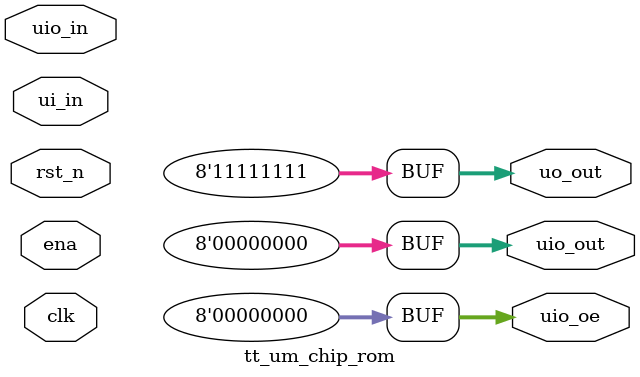
<source format=v>
/*
 * tt_um_chip_rom.v
 *
 * ROM module for Tiny Tapeout chips
 *
 * Author: Uri Shaked
 */

`default_nettype none

module tt_um_chip_rom (
	input  wire [7:0] ui_in,	// Dedicated inputs
	output wire [7:0] uo_out,	// Dedicated outputs
	input  wire [7:0] uio_in,	// IOs: Input path
	output wire [7:0] uio_out,// IOs: Output path
	output wire [7:0] uio_oe,	// IOs: Enable path (active high: 0=input, 1=output)
	input  wire       ena,
	input  wire       clk,
	input  wire       rst_n
);

	// Note: this is just a placeholder. The generated macro will be ignored by the
	// submission app.
	// The actual ROM is generated by tt-support-tools, just before generating the
	// chip's top-level GDS file.

	assign uo_out  = 8'hff;
	assign uio_out = 8'h00;
	assign uio_oe  = 8'h00;

endmodule // tt_um_chip_rom
</source>
